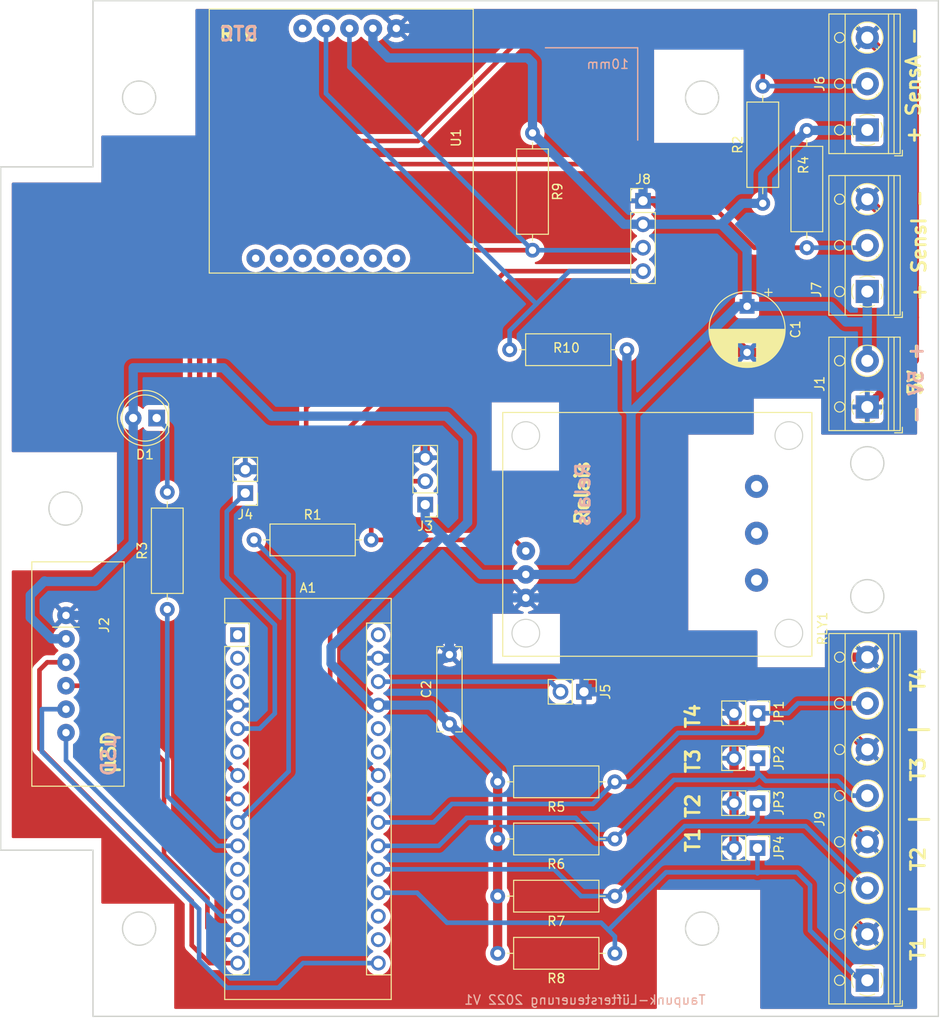
<source format=kicad_pcb>
(kicad_pcb (version 20211014) (generator pcbnew)
  (title_block (date "jeu. 02 avril 2015"))
  (layers (0 "F.Cu" signal) (31 "B.Cu" signal) (34 "B.Paste" user) (35 "F.Paste" user) (36 "B.SilkS" user "B.Silkscreen") (37 "F.SilkS" user "F.Silkscreen") (38 "B.Mask" user) (39 "F.Mask" user) (44 "Edge.Cuts" user))
  (net 0 "")
  (net 1 "GND")
  (net 2 "+5V")
  (net 3 "Net-(J3-Pad2)")
  (net 4 "Net-(D1-Pad1)")
  (net 5 "Net-(A1-Pad16)")
  (net 6 "Net-(A1-Pad15)")
  (net 7 "Net-(A1-Pad14)")
  (net 8 "Net-(A1-Pad13)")
  (net 9 "Net-(A1-Pad10)")
  (net 10 "Net-(A1-Pad9)")
  (net 11 "Net-(A1-Pad24)")
  (net 12 "Net-(A1-Pad8)")
  (net 13 "Net-(A1-Pad23)")
  (net 14 "Net-(A1-Pad7)")
  (net 15 "Net-(A1-Pad22)")
  (net 16 "Net-(A1-Pad21)")
  (net 17 "Net-(A1-Pad5)")
  (net 18 "Net-(A1-Pad20)")
  (net 19 "Net-(A1-Pad19)")
  (net 30 "Net-(A1-Pad28)")
  (footprint "_My_Footprints:TINY_RTC_Module" (layer "F.Cu") (at 79.6 58.2 180)
    (fp_text reference "U1" (at 1.85 0.35 90) (layer "F.SilkS"))
    (fp_text value "Tiny_RTC_DS1307")
    (pad "1" thru_hole circle (at 8.33 12.2 180) (size 2 2) (drill 0.8) (layers *.Cu *.Mask) (net 1 "GND"))
    (pad "2" thru_hole circle (at 10.87 12.2 180) (size 2 2) (drill 0.8) (layers *.Cu *.Mask) (net 2 "+5V"))
    (pad "3" thru_hole circle (at 13.41 12.2 180) (size 2 2) (drill 0.8) (layers *.Cu *.Mask) (net 13 "Net-(A1-Pad23)"))
    (pad "4" thru_hole circle (at 15.95 12.2 180) (size 2 2) (drill 0.8) (layers *.Cu *.Mask) (net 11 "Net-(A1-Pad24)"))
    (pad "5" thru_hole circle (at 18.49 12.2 180) (size 2 2) (drill 0.8) (layers *.Cu *.Mask))
    (pad "6" thru_hole circle (at 23.57 -12.7 180) (size 2 2) (drill 0.8) (layers *.Cu *.Mask))
    (pad "7" thru_hole circle (at 21.03 -12.7 180) (size 2 2) (drill 0.8) (layers *.Cu *.Mask))
    (pad "8" thru_hole circle (at 18.49 -12.7 180) (size 2 2) (drill 0.8) (layers *.Cu *.Mask))
    (pad "9" thru_hole circle (at 15.95 -12.7 180) (size 2 2) (drill 0.8) (layers *.Cu *.Mask))
    (pad "10" thru_hole circle (at 13.41 -12.7 180) (size 2 2) (drill 0.8) (layers *.Cu *.Mask))
    (pad "11" thru_hole circle (at 10.87 -12.7 180) (size 2 2) (drill 0.8) (layers *.Cu *.Mask))
    (pad "12" thru_hole circle (at 8.33 -12.7 180) (size 2 2) (drill 0.8) (layers *.Cu *.Mask))
  )
  (footprint "_My_Footprints:Relay_Module_1Ch" (layer "F.Cu") (at 116.3 87.6 -90)
    (fp_text reference "RLY1" (at 23.4 -1.15 90) (layer "F.SilkS"))
    (fp_text value "Relay_Module_1Ch")
    (fp_circle (center 2.5 31) (end 4 31) (layer "Edge.Cuts") (width 0.12) (fill none))
    (fp_circle (center 23.9 31) (end 25.4 31) (layer "Edge.Cuts") (width 0.12) (fill none))
    (fp_circle (center 23.9 2.5) (end 25.4 2.5) (layer "Edge.Cuts") (width 0.12) (fill none))
    (fp_circle (center 2.5 2.5) (end 4 2.5) (layer "Edge.Cuts") (width 0.12) (fill none))
    (pad "1" thru_hole circle (at 15 31) (size 2 2) (drill 0.8) (layers *.Cu *.Mask) (net 3 "Net-(J3-Pad2)"))
    (pad "2" thru_hole circle (at 17.54 31 270) (size 2 2) (drill 0.8) (layers *.Cu *.Mask) (net 2 "+5V"))
    (pad "3" thru_hole circle (at 20.08 31 270) (size 2 2) (drill 0.8) (layers *.Cu *.Mask) (net 1 "GND"))
    (pad "4" thru_hole circle (at 18.16 6 270) (size 2.5 2.5) (drill 1.2) (layers *.Cu *.Mask))
    (pad "5" thru_hole circle (at 13.08 6 270) (size 2.5 2.5) (drill 1.2) (layers *.Cu *.Mask))
    (pad "6" thru_hole circle (at 8 6 270) (size 2.5 2.5) (drill 1.2) (layers *.Cu *.Mask))
  )
  (footprint "_My_Footprints:MicroSD-Module_upright" (layer "F.Cu") (at 35.475 115.925 -90)
    (fp_text reference "J2" (at -5.3 -4.15 -90) (layer "F.SilkS"))
    (fp_text value "Micro_SD_Card_Adapter")
    (pad "1" thru_hole circle locked (at -6.35 0 270) (size 1.9 1.9) (drill 0.8) (layers *.Cu *.Mask) (net 1 "GND"))
    (pad "2" thru_hole circle locked (at -3.81 0 270) (size 1.9 1.9) (drill 0.8) (layers *.Cu *.Mask) (net 2 "+5V"))
    (pad "3" thru_hole circle locked (at -1.27 0 270) (size 1.9 1.9) (drill 0.8) (layers *.Cu *.Mask) (net 6 "Net-(A1-Pad15)"))
    (pad "4" thru_hole circle locked (at 1.27 0 270) (size 1.9 1.9) (drill 0.8) (layers *.Cu *.Mask) (net 7 "Net-(A1-Pad14)"))
    (pad "5" thru_hole circle locked (at 3.81 0 270) (size 1.9 1.9) (drill 0.8) (layers *.Cu *.Mask) (net 5 "Net-(A1-Pad16)"))
    (pad "6" thru_hole circle locked (at 6.35 0 270) (size 1.9 1.9) (drill 0.8) (layers *.Cu *.Mask) (net 8 "Net-(A1-Pad13)"))
  )
  (footprint "Resistor_THT:R_Axial_DIN0309_L9.0mm_D3.2mm_P12.70mm_Horizontal" (layer "F.Cu") (at 55.85 101.4)
    (fp_text reference "R1" (at 6.35 -2.72) (layer "F.SilkS"))
    (fp_text value "470")
    (pad "1" thru_hole circle (at 0 0) (size 1.6 1.6) (drill 0.8) (layers *.Cu *.Mask) (net 10 "Net-(A1-Pad9)"))
    (pad "2" thru_hole oval (at 12.7 0) (size 1.6 1.6) (drill 0.8) (layers *.Cu *.Mask) (net 3 "Net-(J3-Pad2)"))
  )
  (footprint "Resistor_THT:R_Axial_DIN0309_L9.0mm_D3.2mm_P12.70mm_Horizontal" (layer "F.Cu") (at 115.75 57.05 -90)
    (fp_text reference "R4" (at 3.75 0.35 90) (layer "F.SilkS"))
    (fp_text value "10k")
    (pad "1" thru_hole circle (at 0 0 270) (size 1.6 1.6) (drill 0.8) (layers *.Cu *.Mask) (net 2 "+5V"))
    (pad "2" thru_hole oval (at 12.7 0 270) (size 1.6 1.6) (drill 0.8) (layers *.Cu *.Mask) (net 14 "Net-(A1-Pad7)"))
  )
  (footprint "Connector_PinHeader_2.54mm:PinHeader_1x02_P2.54mm_Vertical" (layer "F.Cu") (at 54.9 96.33 180)
    (fp_text reference "J4" (at 0 -2.33) (layer "F.SilkS"))
    (fp_text value "Display On")
    (pad "1" thru_hole rect (at 0 0 180) (size 1.7 1.7) (drill 1) (layers *.Cu *.Mask) (net 17 "Net-(A1-Pad5)"))
    (pad "2" thru_hole oval (at 0 2.54 180) (size 1.7 1.7) (drill 1) (layers *.Cu *.Mask) (net 1 "GND"))
  )
  (footprint "Capacitor_THT:C_Rect_L9.0mm_W2.5mm_P7.50mm_MKT" (layer "F.Cu") (at 77.025 121.325 90)
    (fp_text reference "C2" (at 3.75 -2.5 90) (layer "F.SilkS"))
    (fp_text value "10nF")
    (pad "1" thru_hole circle (at 0 0 90) (size 1.6 1.6) (drill 0.8) (layers *.Cu *.Mask) (net 2 "+5V"))
    (pad "2" thru_hole circle (at 7.5 0 90) (size 1.6 1.6) (drill 0.8) (layers *.Cu *.Mask) (net 1 "GND"))
  )
  (footprint "Resistor_THT:R_Axial_DIN0309_L9.0mm_D3.2mm_P12.70mm_Horizontal" (layer "F.Cu") (at 94.95 139.983332 180)
    (fp_text reference "R7" (at 6.35 -2.72) (layer "F.SilkS"))
    (fp_text value "10k")
    (pad "1" thru_hole circle (at 0 0 180) (size 1.6 1.6) (drill 0.8) (layers *.Cu *.Mask) (net 18 "Net-(A1-Pad20)"))
    (pad "2" thru_hole oval (at 12.7 0 180) (size 1.6 1.6) (drill 0.8) (layers *.Cu *.Mask) (net 2 "+5V"))
  )
  (footprint "Resistor_THT:R_Axial_DIN0309_L9.0mm_D3.2mm_P12.70mm_Horizontal" (layer "F.Cu") (at 86.025 57.325 -90)
    (fp_text reference "R9" (at 6.35 -2.72 90) (layer "F.SilkS"))
    (fp_text value "4.7k")
    (pad "1" thru_hole circle (at 0 0 270) (size 1.6 1.6) (drill 0.8) (layers *.Cu *.Mask) (net 2 "+5V"))
    (pad "2" thru_hole oval (at 12.7 0 270) (size 1.6 1.6) (drill 0.8) (layers *.Cu *.Mask) (net 13 "Net-(A1-Pad23)"))
  )
  (footprint "Resistor_THT:R_Axial_DIN0309_L9.0mm_D3.2mm_P12.70mm_Horizontal" (layer "F.Cu") (at 110.975 64.95 90)
    (fp_text reference "R2" (at 6.35 -2.72 90) (layer "F.SilkS"))
    (fp_text value "10k")
    (pad "1" thru_hole circle (at 0 0 90) (size 1.6 1.6) (drill 0.8) (layers *.Cu *.Mask) (net 2 "+5V"))
    (pad "2" thru_hole oval (at 12.7 0 90) (size 1.6 1.6) (drill 0.8) (layers *.Cu *.Mask) (net 12 "Net-(A1-Pad8)"))
  )
  (footprint "LED_THT:LED_D5.0mm" (layer "F.Cu") (at 45.3 88.2 180)
    (fp_text reference "D1" (at 1.27 -3.96) (layer "F.SilkS"))
    (fp_text value "Win Open LED")
    (pad "1" thru_hole rect (at 0 0 180) (size 1.8 1.8) (drill 0.9) (layers *.Cu *.Mask) (net 4 "Net-(D1-Pad1)"))
    (pad "2" thru_hole circle (at 2.54 0 180) (size 1.8 1.8) (drill 0.9) (layers *.Cu *.Mask) (net 2 "+5V"))
  )
  (footprint "Resistor_THT:R_Axial_DIN0309_L9.0mm_D3.2mm_P12.70mm_Horizontal" (layer "F.Cu") (at 94.95 146.175 180)
    (fp_text reference "R8" (at 6.35 -2.72) (layer "F.SilkS"))
    (fp_text value "10k")
    (pad "1" thru_hole circle (at 0 0 180) (size 1.6 1.6) (drill 0.8) (layers *.Cu *.Mask) (net 19 "Net-(A1-Pad19)"))
    (pad "2" thru_hole oval (at 12.7 0 180) (size 1.6 1.6) (drill 0.8) (layers *.Cu *.Mask) (net 2 "+5V"))
  )
  (footprint "Capacitor_THT:CP_Radial_D8.0mm_P5.00mm" (layer "F.Cu") (at 109.275 76.1 -90)
    (fp_text reference "C1" (at 2.5 -5.25 90) (layer "F.SilkS"))
    (fp_text value "1000µF")
    (pad "1" thru_hole rect (at 0 0 270) (size 1.6 1.6) (drill 0.8) (layers *.Cu *.Mask) (net 2 "+5V"))
    (pad "2" thru_hole circle (at 5 0 270) (size 1.6 1.6) (drill 0.8) (layers *.Cu *.Mask) (net 1 "GND"))
  )
  (footprint "Connector_PinHeader_2.54mm:PinHeader_1x04_P2.54mm_Vertical" (layer "F.Cu") (at 98 64.675)
    (fp_text reference "J8" (at 0 -2.33) (layer "F.SilkS"))
    (fp_text value "Display")
    (pad "1" thru_hole rect (at 0 0) (size 1.7 1.7) (drill 1) (layers *.Cu *.Mask) (net 1 "GND"))
    (pad "2" thru_hole oval (at 0 2.54) (size 1.7 1.7) (drill 1) (layers *.Cu *.Mask) (net 2 "+5V"))
    (pad "3" thru_hole oval (at 0 5.08) (size 1.7 1.7) (drill 1) (layers *.Cu *.Mask) (net 13 "Net-(A1-Pad23)"))
    (pad "4" thru_hole oval (at 0 7.62) (size 1.7 1.7) (drill 1) (layers *.Cu *.Mask) (net 11 "Net-(A1-Pad24)"))
  )
  (footprint "Connector_PinHeader_2.54mm:PinHeader_1x02_P2.54mm_Vertical" (layer "F.Cu") (at 91.6 117.85 -90)
    (fp_text reference "J5" (at 0 -2.33 90) (layer "F.SilkS"))
    (fp_text value "Reset")
    (pad "1" thru_hole rect (at 0 0 270) (size 1.7 1.7) (drill 1) (layers *.Cu *.Mask) (net 1 "GND"))
    (pad "2" thru_hole oval (at 0 2.54 270) (size 1.7 1.7) (drill 1) (layers *.Cu *.Mask) (net 30 "Net-(A1-Pad28)"))
  )
  (footprint "TerminalBlock_RND:TerminalBlock_RND_205-00013_1x03_P5.00mm_Horizontal" (layer "F.Cu") (at 122.3 57 90)
    (fp_text reference "J6" (at 5 -5.16 90) (layer "F.SilkS"))
    (fp_text value "DHT22 innen")
    (pad "1" thru_hole rect (at 0 0 90) (size 2.5 2.5) (drill 1.3) (layers *.Cu *.Mask) (net 2 "+5V"))
    (pad "2" thru_hole circle (at 5 0 90) (size 2.5 2.5) (drill 1.3) (layers *.Cu *.Mask) (net 12 "Net-(A1-Pad8)"))
    (pad "3" thru_hole circle (at 10 0 90) (size 2.5 2.5) (drill 1.3) (layers *.Cu *.Mask) (net 1 "GND"))
  )
  (footprint "TerminalBlock_RND:TerminalBlock_RND_205-00012_1x02_P5.00mm_Horizontal" (layer "F.Cu") (at 122.3 87 90)
    (fp_text reference "J1" (at 2.5 -5.16 90) (layer "F.SilkS"))
    (fp_text value "DC in")
    (pad "1" thru_hole rect (at 0 0 90) (size 2.5 2.5) (drill 1.3) (layers *.Cu *.Mask) (net 1 "GND"))
    (pad "2" thru_hole circle (at 5 0 90) (size 2.5 2.5) (drill 1.3) (layers *.Cu *.Mask) (net 2 "+5V"))
  )
  (footprint "TerminalBlock_RND:TerminalBlock_RND_205-00013_1x03_P5.00mm_Horizontal" (layer "F.Cu") (at 122.3 74.5 90)
    (fp_text reference "J7" (at 0.2 -5.5 90) (layer "F.SilkS"))
    (fp_text value "DHT22 außen")
    (pad "1" thru_hole rect (at 0 0 90) (size 2.5 2.5) (drill 1.3) (layers *.Cu *.Mask) (net 2 "+5V"))
    (pad "2" thru_hole circle (at 5 0 90) (size 2.5 2.5) (drill 1.3) (layers *.Cu *.Mask) (net 14 "Net-(A1-Pad7)"))
    (pad "3" thru_hole circle (at 10 0 90) (size 2.5 2.5) (drill 1.3) (layers *.Cu *.Mask) (net 1 "GND"))
  )
  (footprint "TerminalBlock_RND:TerminalBlock_RND_205-00018_1x08_P5.00mm_Horizontal" (layer "F.Cu") (at 122.3 149.1 90)
    (fp_text reference "J9" (at 17.5 -5.16 90) (layer "F.SilkS"))
    (fp_text value "Door Open Sens")
    (pad "1" thru_hole rect (at 0 0 90) (size 2.5 2.5) (drill 1.3) (layers *.Cu *.Mask) (net 19 "Net-(A1-Pad19)"))
    (pad "2" thru_hole circle (at 5 0 90) (size 2.5 2.5) (drill 1.3) (layers *.Cu *.Mask) (net 1 "GND"))
    (pad "3" thru_hole circle (at 10 0 90) (size 2.5 2.5) (drill 1.3) (layers *.Cu *.Mask) (net 18 "Net-(A1-Pad20)"))
    (pad "4" thru_hole circle (at 15 0 90) (size 2.5 2.5) (drill 1.3) (layers *.Cu *.Mask) (net 1 "GND"))
    (pad "5" thru_hole circle (at 20 0 90) (size 2.5 2.5) (drill 1.3) (layers *.Cu *.Mask) (net 16 "Net-(A1-Pad21)"))
    (pad "6" thru_hole circle (at 25 0 90) (size 2.5 2.5) (drill 1.3) (layers *.Cu *.Mask) (net 1 "GND"))
    (pad "7" thru_hole circle (at 30 0 90) (size 2.5 2.5) (drill 1.3) (layers *.Cu *.Mask) (net 15 "Net-(A1-Pad22)"))
    (pad "8" thru_hole circle (at 35 0 90) (size 2.5 2.5) (drill 1.3) (layers *.Cu *.Mask) (net 1 "GND"))
  )
  (footprint "Resistor_THT:R_Axial_DIN0309_L9.0mm_D3.2mm_P12.70mm_Horizontal" (layer "F.Cu") (at 46.45 108.925 90)
    (fp_text reference "R3" (at 6.35 -2.72 90) (layer "F.SilkS"))
    (fp_text value "100")
    (pad "1" thru_hole circle (at 0 0 90) (size 1.6 1.6) (drill 0.8) (layers *.Cu *.Mask) (net 9 "Net-(A1-Pad10)"))
    (pad "2" thru_hole oval (at 12.7 0 90) (size 1.6 1.6) (drill 0.8) (layers *.Cu *.Mask) (net 4 "Net-(D1-Pad1)"))
  )
  (footprint "Connector_PinHeader_2.54mm:PinHeader_1x03_P2.54mm_Vertical" (layer "F.Cu") (at 74.4 97.58 180)
    (fp_text reference "J3" (at 0 -2.33) (layer "F.SilkS"))
    (fp_text value "Mode Switch")
    (pad "1" thru_hole rect (at 0 0 180) (size 1.7 1.7) (drill 1) (layers *.Cu *.Mask) (net 2 "+5V"))
    (pad "2" thru_hole oval (at 0 2.54 180) (size 1.7 1.7) (drill 1) (layers *.Cu *.Mask) (net 3 "Net-(J3-Pad2)"))
    (pad "3" thru_hole oval (at 0 5.08 180) (size 1.7 1.7) (drill 1) (layers *.Cu *.Mask) (net 1 "GND"))
  )
  (footprint "Resistor_THT:R_Axial_DIN0309_L9.0mm_D3.2mm_P12.70mm_Horizontal" (layer "F.Cu") (at 96.25 80.8 180)
    (fp_text reference "R10" (at 6.55 0.2) (layer "F.SilkS"))
    (fp_text value "4.7k")
    (pad "1" thru_hole circle (at 0 0 180) (size 1.6 1.6) (drill 0.8) (layers *.Cu *.Mask) (net 2 "+5V"))
    (pad "2" thru_hole oval (at 12.7 0 180) (size 1.6 1.6) (drill 0.8) (layers *.Cu *.Mask) (net 11 "Net-(A1-Pad24)"))
  )
  (footprint "Module:Arduino_Nano" (layer "F.Cu") (at 54.075 111.675)
    (fp_text reference "A1" (at 7.62 -5.08) (layer "F.SilkS"))
    (fp_text value "Arduino_Nano_v3.x")
    (pad "1" thru_hole rect (at 0 0) (size 1.6 1.6) (drill 1) (layers *.Cu *.Mask))
    (pad "2" thru_hole oval (at 0 2.54) (size 1.6 1.6) (drill 1) (layers *.Cu *.Mask))
    (pad "3" thru_hole oval (at 0 5.08) (size 1.6 1.6) (drill 1) (layers *.Cu *.Mask))
    (pad "4" thru_hole oval (at 0 7.62) (size 1.6 1.6) (drill 1) (layers *.Cu *.Mask) (net 1 "GND"))
    (pad "5" thru_hole oval (at 0 10.16) (size 1.6 1.6) (drill 1) (layers *.Cu *.Mask) (net 17 "Net-(A1-Pad5)"))
    (pad "6" thru_hole oval (at 0 12.7) (size 1.6 1.6) (drill 1) (layers *.Cu *.Mask))
    (pad "7" thru_hole oval (at 0 15.24) (size 1.6 1.6) (drill 1) (layers *.Cu *.Mask) (net 14 "Net-(A1-Pad7)"))
    (pad "8" thru_hole oval (at 0 17.78) (size 1.6 1.6) (drill 1) (layers *.Cu *.Mask) (net 12 "Net-(A1-Pad8)"))
    (pad "9" thru_hole oval (at 0 20.32) (size 1.6 1.6) (drill 1) (layers *.Cu *.Mask) (net 10 "Net-(A1-Pad9)"))
    (pad "10" thru_hole oval (at 0 22.86) (size 1.6 1.6) (drill 1) (layers *.Cu *.Mask) (net 9 "Net-(A1-Pad10)"))
    (pad "11" thru_hole oval (at 0 25.4) (size 1.6 1.6) (drill 1) (layers *.Cu *.Mask))
    (pad "12" thru_hole oval (at 0 27.94) (size 1.6 1.6) (drill 1) (layers *.Cu *.Mask))
    (pad "13" thru_hole oval (at 0 30.48) (size 1.6 1.6) (drill 1) (layers *.Cu *.Mask) (net 8 "Net-(A1-Pad13)"))
    (pad "14" thru_hole oval (at 0 33.02) (size 1.6 1.6) (drill 1) (layers *.Cu *.Mask) (net 7 "Net-(A1-Pad14)"))
    (pad "15" thru_hole oval (at 0 35.56) (size 1.6 1.6) (drill 1) (layers *.Cu *.Mask) (net 6 "Net-(A1-Pad15)"))
    (pad "16" thru_hole oval (at 15.24 35.56) (size 1.6 1.6) (drill 1) (layers *.Cu *.Mask) (net 5 "Net-(A1-Pad16)"))
    (pad "17" thru_hole oval (at 15.24 33.02) (size 1.6 1.6) (drill 1) (layers *.Cu *.Mask))
    (pad "18" thru_hole oval (at 15.24 30.48) (size 1.6 1.6) (drill 1) (layers *.Cu *.Mask))
    (pad "19" thru_hole oval (at 15.24 27.94) (size 1.6 1.6) (drill 1) (layers *.Cu *.Mask) (net 19 "Net-(A1-Pad19)"))
    (pad "20" thru_hole oval (at 15.24 25.4) (size 1.6 1.6) (drill 1) (layers *.Cu *.Mask) (net 18 "Net-(A1-Pad20)"))
    (pad "21" thru_hole oval (at 15.24 22.86) (size 1.6 1.6) (drill 1) (layers *.Cu *.Mask) (net 16 "Net-(A1-Pad21)"))
    (pad "22" thru_hole oval (at 15.24 20.32) (size 1.6 1.6) (drill 1) (layers *.Cu *.Mask) (net 15 "Net-(A1-Pad22)"))
    (pad "23" thru_hole oval (at 15.24 17.78) (size 1.6 1.6) (drill 1) (layers *.Cu *.Mask) (net 13 "Net-(A1-Pad23)"))
    (pad "24" thru_hole oval (at 15.24 15.24) (size 1.6 1.6) (drill 1) (layers *.Cu *.Mask) (net 11 "Net-(A1-Pad24)"))
    (pad "25" thru_hole oval (at 15.24 12.7) (size 1.6 1.6) (drill 1) (layers *.Cu *.Mask))
    (pad "26" thru_hole oval (at 15.24 10.16) (size 1.6 1.6) (drill 1) (layers *.Cu *.Mask))
    (pad "27" thru_hole oval (at 15.24 7.62) (size 1.6 1.6) (drill 1) (layers *.Cu *.Mask) (net 2 "+5V"))
    (pad "28" thru_hole oval (at 15.24 5.08) (size 1.6 1.6) (drill 1) (layers *.Cu *.Mask) (net 30 "Net-(A1-Pad28)"))
    (pad "29" thru_hole oval (at 15.24 2.54) (size 1.6 1.6) (drill 1) (layers *.Cu *.Mask) (net 1 "GND"))
    (pad "30" thru_hole oval (at 15.24 0) (size 1.6 1.6) (drill 1) (layers *.Cu *.Mask))
  )
  (footprint "Connector_PinHeader_2.54mm:PinHeader_1x02_P2.54mm_Vertical" (layer "F.Cu") (at 110.4 125.041666 -90)
    (fp_text reference "JP2" (at 0 -2.33 90) (layer "F.SilkS"))
    (fp_text value "2 closed")
    (pad "1" thru_hole rect (at 0 0 270) (size 1.7 1.7) (drill 1) (layers *.Cu *.Mask) (net 16 "Net-(A1-Pad21)"))
    (pad "2" thru_hole oval (at 0 2.54 270) (size 1.7 1.7) (drill 1) (layers *.Cu *.Mask) (net 1 "GND"))
  )
  (footprint "Connector_PinHeader_2.54mm:PinHeader_1x02_P2.54mm_Vertical" (layer "F.Cu") (at 110.4 120.175 -90)
    (fp_text reference "JP1" (at 0 -2.33 90) (layer "F.SilkS"))
    (fp_text value "1 closed")
    (pad "1" thru_hole rect (at 0 0 270) (size 1.7 1.7) (drill 1) (layers *.Cu *.Mask) (net 15 "Net-(A1-Pad22)"))
    (pad "2" thru_hole oval (at 0 2.54 270) (size 1.7 1.7) (drill 1) (layers *.Cu *.Mask) (net 1 "GND"))
  )
  (footprint "Connector_PinHeader_2.54mm:PinHeader_1x02_P2.54mm_Vertical" (layer "F.Cu") (at 110.4 129.908332 -90)
    (fp_text reference "JP3" (at 0 -2.33 90) (layer "F.SilkS"))
    (fp_text value "3 closed")
    (pad "1" thru_hole rect (at 0 0 270) (size 1.7 1.7) (drill 1) (layers *.Cu *.Mask) (net 18 "Net-(A1-Pad20)"))
    (pad "2" thru_hole oval (at 0 2.54 270) (size 1.7 1.7) (drill 1) (layers *.Cu *.Mask) (net 1 "GND"))
  )
  (footprint "Connector_PinHeader_2.54mm:PinHeader_1x02_P2.54mm_Vertical" (layer "F.Cu") (at 110.4 134.775 -90)
    (fp_text reference "JP4" (at 0 -2.33 90) (layer "F.SilkS"))
    (fp_text value "4 closed")
    (pad "1" thru_hole rect (at 0 0 270) (size 1.7 1.7) (drill 1) (layers *.Cu *.Mask) (net 19 "Net-(A1-Pad19)"))
    (pad "2" thru_hole oval (at 0 2.54 270) (size 1.7 1.7) (drill 1) (layers *.Cu *.Mask) (net 1 "GND"))
  )
  (footprint "Resistor_THT:R_Axial_DIN0309_L9.0mm_D3.2mm_P12.70mm_Horizontal" (layer "F.Cu") (at 94.95 127.6 180)
    (fp_text reference "R5" (at 6.35 -2.72) (layer "F.SilkS"))
    (fp_text value "10k")
    (pad "1" thru_hole circle (at 0 0 180) (size 1.6 1.6) (drill 0.8) (layers *.Cu *.Mask) (net 15 "Net-(A1-Pad22)"))
    (pad "2" thru_hole oval (at 12.7 0 180) (size 1.6 1.6) (drill 0.8) (layers *.Cu *.Mask) (net 2 "+5V"))
  )
  (footprint "Resistor_THT:R_Axial_DIN0309_L9.0mm_D3.2mm_P12.70mm_Horizontal" (layer "F.Cu") (at 94.95 133.791666 180)
    (fp_text reference "R6" (at 6.35 -2.72) (layer "F.SilkS"))
    (fp_text value "10k")
    (pad "1" thru_hole circle (at 0 0 180) (size 1.6 1.6) (drill 0.8) (layers *.Cu *.Mask) (net 16 "Net-(A1-Pad21)"))
    (pad "2" thru_hole oval (at 12.7 0 180) (size 1.6 1.6) (drill 0.8) (layers *.Cu *.Mask) (net 2 "+5V"))
  )
  (gr_line (start 97.425 48.1) (end 97.425 58.1) (layer "B.SilkS") (width 0.15))
  (gr_line (start 87.425 48.1) (end 97.425 48.1) (layer "B.SilkS") (width 0.15))
  (gr_line (start 130 153) (end 38.4 153) (layer "Edge.Cuts") (width 0.15))
  (gr_line (start 130 43) (end 130 153) (layer "Edge.Cuts") (width 0.15))
  (gr_line (start 28.4 61) (end 38.4 61) (layer "Edge.Cuts") (width 0.15))
  (gr_line (start 38.4 61) (end 38.4 43) (layer "Edge.Cuts") (width 0.15))
  (gr_line (start 38.4 135) (end 38.4 153) (layer "Edge.Cuts") (width 0.15))
  (gr_circle (center 104.4 53.5) (end 106.2 53.5) (layer "Edge.Cuts") (width 0.15) (fill none))
  (gr_circle (center 43.4 143.5) (end 45.2 143.5) (layer "Edge.Cuts") (width 0.15) (fill none))
  (gr_circle (center 43.4 53.5) (end 45.2 53.5) (layer "Edge.Cuts") (width 0.15) (fill none))
  (gr_line (start 38.4 43) (end 130 43) (layer "Edge.Cuts") (width 0.15))
  (gr_circle (center 122.3 107.5) (end 124.1 107.5) (layer "Edge.Cuts") (width 0.15) (fill none))
  (gr_circle (center 122.3 93.1) (end 124.1 93.1) (layer "Edge.Cuts") (width 0.15) (fill none))
  (gr_circle (center 35.425 98) (end 37.225 98) (layer "Edge.Cuts") (width 0.15) (fill none))
  (gr_circle (center 104.4 143.5) (end 106.2 143.5) (layer "Edge.Cuts") (width 0.15) (fill none))
  (gr_line (start 28.4 135) (end 38.4 135) (layer "Edge.Cuts") (width 0.15))
  (gr_line (start 28.4 135) (end 28.4 61) (layer "Edge.Cuts") (width 0.15))
  (gr_text "Relais" (at 91.5 96.5 90) (layer "B.SilkS") (effects (font (size 1.5 1.5) (thickness 0.3)) (justify mirror)))
  (gr_text "RTC" (at 54.2 46.6) (layer "B.SilkS") (effects (font (size 1.5 1.5) (thickness 0.3)) (justify mirror)))
  (gr_text "Taupunk-Lüftersteuerung 2022 V1" (at 91.7 151.225) (layer "B.SilkS") (effects (font (size 1 1)) (justify mirror)))
  (gr_text "µSD" (at 40.1 124.7 90) (layer "B.SilkS") (effects (font (size 1.5 1.5) (thickness 0.3)) (justify mirror)))
  (gr_text "+ 5V -" (at 127.6 84.4 90) (layer "B.SilkS") (effects (font (size 1.5 1.5) (thickness 0.3)) (justify mirror)))
  (gr_text "10mm" (at 94.175 49.875) (layer "B.SilkS") (effects (font (size 1 1)) (justify mirror)))
  (gr_text "- 5V +" (at 127.5 84.4 90) (layer "F.SilkS") (effects (font (size 1.5 1.5) (thickness 0.3))))
  (gr_text "µSD" (at 40.1 124.4 90) (layer "F.SilkS") (effects (font (size 1.5 1.5) (thickness 0.3))))
  (gr_text "+ SensI -" (at 127.9 69.5 90) (layer "F.SilkS") (effects (font (size 1.5 1.5) (thickness 0.3))))
  (gr_text "T1  |   T2  |   T3  |   T4" (at 127.8 131.1 90) (layer "F.SilkS") (effects (font (size 1.5 1.5) (thickness 0.3))))
  (gr_text "Relais" (at 91.4 96.3 90) (layer "F.SilkS") (effects (font (size 1.5 1.5) (thickness 0.3))))
  (gr_text "T1 T2  T3  T4" (at 103.4 127.2 90) (layer "F.SilkS") (effects (font (size 1.5 1.5) (thickness 0.3))))
  (gr_text "RTC" (at 54.2 46.6) (layer "F.SilkS") (effects (font (size 1.5 1.5) (thickness 0.3))))
  (gr_text "+ SensA -" (at 127.3 52.2 90) (layer "F.SilkS") (effects (font (size 1.5 1.5) (thickness 0.3))))
  (segment (start 104.9875 76.8125) (end 101.8 73.625) (width 1) (layer "F.Cu") (net 1))
  (segment (start 74.4 92.5) (end 74.4 84.4) (width 1) (layer "F.Cu") (net 1))
  (segment (start 99.8 88.3) (end 99.8 109.65) (width 1) (layer "F.Cu") (net 1))
  (segment (start 113.9 81.1) (end 117.7 77.3) (width 1) (layer "F.Cu") (net 1))
  (segment (start 109.275 81.1) (end 107 81.1) (width 1) (layer "F.Cu") (net 1))
  (segment (start 109.275 81.1) (end 113.9 81.1) (width 1) (layer "F.Cu") (net 1))
  (segment (start 117.7 77.3) (end 127.4 77.3) (width 1) (layer "F.Cu") (net 1))
  (segment (start 117.4 116.3) (end 117.4 116.8) (width 1) (layer "F.Cu") (net 1))
  (segment (start 119.6 114.1) (end 117.4 116.3) (width 1) (layer "F.Cu") (net 1))
  (segment (start 127.4 52.1) (end 127.4 71.8) (width 1) (layer "F.Cu") (net 1))
  (segment (start 117.4 139.2) (end 122.3 144.1) (width 1) (layer "F.Cu") (net 1))
  (segment (start 101.8 67.7) (end 101.8 67.3) (width 1) (layer "F.Cu") (net 1))
  (segment (start 107.86 120.175) (end 107.86 125.041666) (width 1) (layer "F.Cu") (net 1))
  (segment (start 107.86 125.041666) (end 107.86 129.908332) (width 1) (layer "F.Cu") (net 1))
  (segment (start 99.8 109.65) (end 91.6 117.85) (width 1) (layer "F.Cu") (net 1))
  (segment (start 117.4 119.2) (end 117.4 116.8) (width 1) (layer "F.Cu") (net 1))
  (segment (start 117.4 128.5) (end 117.4 139.2) (width 1) (layer "F.Cu") (net 1))
  (segment (start 99.175 64.675) (end 98 64.675) (width 1) (layer "F.Cu") (net 1))
  (segment (start 127.4 69.6) (end 127.4 71.8) (width 1) (layer "F.Cu") (net 1))
  (segment (start 127.4 77.3) (end 127.4 81.9) (width 1) (layer "F.Cu") (net 1))
  (segment (start 107 81.1) (end 99.8 88.3) (width 1) (layer "F.Cu") (net 1))
  (segment (start 127.4 81.9) (end 122.3 87) (width 1) (layer "F.Cu") (net 1))
  (segment (start 122.3 124.1) (end 117.4 119.2) (width 1) (layer "F.Cu") (net 1))
  (segment (start 74.4 84.4) (end 81.9875 76.8125) (width 1) (layer "F.Cu") (net 1))
  (segment (start 107.86 129.908332) (end 107.86 134.775) (width 1) (layer "F.Cu") (net 1))
  (segment (start 117.4 129.2) (end 117.4 128.5) (width 1) (layer "F.Cu") (net 1))
  (segment (start 117.4 116.8) (end 117.4 128.5) (width 1) (layer "F.Cu") (net 1))
  (segment (start 81.9875 76.8125) (end 104.9875 76.8125) (width 1) (layer "F.Cu") (net 1))
  (segment (start 122.3 64.5) (end 127.4 69.6) (width 1) (layer "F.Cu") (net 1))
  (segment (start 101.8 73.625) (end 101.8 67.7) (width 1) (layer "F.Cu") (net 1))
  (segment (start 122.3 134.1) (end 117.4 129.2) (width 1) (layer "F.Cu") (net 1))
  (segment (start 122.3 114.1) (end 119.6 114.1) (width 1) (layer "F.Cu") (net 1))
  (segment (start 101.8 67.3) (end 99.175 64.675) (width 1) (layer "F.Cu") (net 1))
  (segment (start 109.275 81.1) (end 104.9875 76.8125) (width 1) (layer "F.Cu") (net 1))
  (segment (start 127.4 71.8) (end 127.4 77.3) (width 1) (layer "F.Cu") (net 1))
  (segment (start 122.3 47) (end 127.4 52.1) (width 1) (layer "F.Cu") (net 1))
  (segment (start 89.88 107.68) (end 91.6 109.4) (width 1) (layer "B.Cu") (net 1))
  (segment (start 71.27 46) (end 95 46) (width 1) (layer "B.Cu") (net 1))
  (segment (start 35.475 109.575) (end 40.725 109.575) (width 1) (layer "B.Cu") (net 1))
  (segment (start 65.21 93.01) (end 65.72 92.5) (width 1) (layer "B.Cu") (net 1))
  (segment (start 91.6 117.85) (end 105.535 117.85) (width 1) (layer "B.Cu") (net 1))
  (segment (start 50.1 105.5) (end 50.1 107.2) (width 1) (layer "B.Cu") (net 1))
  (segment (start 65.72 92.5) (end 74.4 92.5) (width 1) (layer "B.Cu") (net 1))
  (segment (start 107.86 117.54) (end 108.9 116.5) (width 1) (layer "B.Cu") (net 1))
  (segment (start 49.9 105.7) (end 50.1 105.5) (width 1) (layer "B.Cu") (net 1))
  (segment (start 77.025 113.825) (end 77.025 109.975) (width 1) (layer "B.Cu") (net 1))
  (segment (start 51.495 119.295) (end 54.075 119.295) (width 1) (layer "B.Cu") (net 1))
  (segment (start 69.315 114.215) (end 76.635 114.215) (width 1) (layer "B.Cu") (net 1))
  (segment (start 79.32 107.68) (end 85.3 107.68) (width 1) (layer "B.Cu") (net 1))
  (segment (start 51.81 93.79) (end 50.1 95.5) (width 1) (layer "B.Cu") (net 1))
  (segment (start 54.9 93.79) (end 51.81 93.79) (width 1) (layer "B.Cu") (net 1))
  (segment (start 95 46) (end 98 49) (width 1) (layer "B.Cu") (net 1))
  (segment (start 85.3 107.68) (end 89.88 107.68) (width 1) (layer "B.Cu") (net 1))
  (segment (start 44.6 105.7) (end 48.6 105.7) (width 1) (layer "B.Cu") (net 1))
  (segment (start 119.9 116.5) (end 122.3 114.1) (width 1) (layer "B.Cu") (net 1))
  (segment (start 108.9 116.5) (end 119.9 116.5) (width 1) (layer "B.Cu") (net 1))
  (segment (start 50.1 95.5) (end 50.1 105.5) (width 1) (layer "B.Cu") (net 1))
  (segment (start 107.86 120.175) (end 107.86 117.54) (width 1) (layer "B.Cu") (net 1))
  (segment (start 76.635 114.215) (end 77.025 113.825) (width 1) (layer "B.Cu") (net 1))
  (segment (start 48.6 105.7) (end 49.9 105.7) (width 1) (layer "B.Cu") (net 1))
  (segment (start 50.1 107.2) (end 50.1 117.9) (width 1) (layer "B.Cu") (net 1))
  (segment (start 77.025 109.975) (end 79.32 107.68) (width 1) (layer "B.Cu") (net 1))
  (segment (start 54.9 93.79) (end 65.21 93.79) (width 1) (layer "B.Cu") (net 1))
  (segment (start 98 49) (end 98 64.675) (width 1) (layer "B.Cu") (net 1))
  (segment (start 105.535 117.85) (end 107.86 120.175) (width 1) (layer "B.Cu") (net 1))
  (segment (start 65.21 93.79) (end 65.21 93.01) (width 1) (layer "B.Cu") (net 1))
  (segment (start 91.6 109.4) (end 91.6 117.85) (width 1) (layer "B.Cu") (net 1))
  (segment (start 40.725 109.575) (end 44.6 105.7) (width 1) (layer "B.Cu") (net 1))
  (segment (start 50.1 117.9) (end 51.495 119.295) (width 1) (layer "B.Cu") (net 1))
  (segment (start 82.25 133.791666) (end 82.25 139.983332) (width 1) (layer "F.Cu") (net 2))
  (segment (start 82.25 127.6) (end 82.25 133.791666) (width 1) (layer "F.Cu") (net 2))
  (segment (start 82.25 139.983332) (end 82.25 146.175) (width 1) (layer "F.Cu") (net 2))
  (segment (start 122.3 77.8) (end 122.3 82) (width 1) (layer "B.Cu") (net 2))
  (segment (start 80.44 105.14) (end 85.3 105.14) (width 1) (layer "B.Cu") (net 2))
  (segment (start 120 77.8) (end 118.3 76.1) (width 1) (layer "B.Cu") (net 2))
  (segment (start 96.7 98.8) (end 90.36 105.14) (width 1) (layer "B.Cu") (net 2))
  (segment (start 74.4 99.1) (end 76.25 100.95) (width 1) (layer "B.Cu") (net 2))
  (segment (start 110.975 64.95) (end 110.975 61.825) (width 1) (layer "B.Cu") (net 2))
  (segment (start 109.275 76.1) (end 108.2 76.1) (width 1) (layer "B.Cu") (net 2))
  (segment (start 31.6 107.4) (end 33.15 105.85) (width 1) (layer "B.Cu") (net 2))
  (segment (start 42.76 88.2) (end 42.76 82.76) (width 1) (layer "B.Cu") (net 2))
  (segment (start 64.2 114.8) (end 64.2 113) (width 1) (layer "B.Cu") (net 2))
  (segment (start 57.769999 88) (end 76.7 88) (width 1) (layer "B.Cu") (net 2))
  (segment (start 74.995 119.295) (end 77.025 121.325) (width 1) (layer "B.Cu") (net 2))
  (segment (start 69.315 119.295) (end 74.995 119.295) (width 1) (layer "B.Cu") (net 2))
  (segment (start 33.915 112.115) (end 31.6 109.8) (width 1) (layer "B.Cu") (net 2))
  (segment (start 70.4 49.2) (end 85.5 49.2) (width 1) (layer "B.Cu") (net 2))
  (segment (start 69.315 119.295) (end 68.695 119.295) (width 1) (layer "B.Cu") (net 2))
  (segment (start 90.36 105.14) (end 85.3 105.14) (width 1) (layer "B.Cu") (net 2))
  (segment (start 76.25 100.95) (end 76.9 101.6) (width 1) (layer "B.Cu") (net 2))
  (segment (start 42.76 101.74) (end 42.76 88.2) (width 1) (layer "B.Cu") (net 2))
  (segment (start 110.975 61.825) (end 115.75 57.05) (width 1) (layer "B.Cu") (net 2))
  (segment (start 109.275 76.1) (end 118.3 76.1) (width 1) (layer "B.Cu") (net 2))
  (segment (start 122.3 77.8) (end 120 77.8) (width 1) (layer "B.Cu") (net 2))
  (segment (start 79 99.5) (end 76.9 101.6) (width 1) (layer "B.Cu") (net 2))
  (segment (start 76.7 88) (end 79 90.3) (width 1) (layer "B.Cu") (net 2))
  (segment (start 108.75 64.95) (end 106.485 67.215) (width 1) (layer "B.Cu") (net 2))
  (segment (start 96.25 84.15) (end 96.25 87.15) (width 1) (layer "B.Cu") (net 2))
  (segment (start 82.25 127.6) (end 82.25 126.55) (width 1) (layer "B.Cu") (net 2))
  (segment (start 38.6 105.9) (end 42.76 101.74) (width 1) (layer "B.Cu") (net 2))
  (segment (start 68.73 47.53) (end 70.4 49.2) (width 1) (layer "B.Cu") (net 2))
  (segment (start 115.75 57.05) (end 122.25 57.05) (width 1) (layer "B.Cu") (net 2))
  (segment (start 96.25 87.15) (end 96.7 87.6) (width 1) (layer "B.Cu") (net 2))
  (segment (start 86.025 49.725) (end 86.025 57.325) (width 1) (layer "B.Cu") (net 2))
  (segment (start 96.7 87.6) (end 96.7 98.8) (width 1) (layer "B.Cu") (net 2))
  (segment (start 109.275 76.1) (end 109.275 70.005) (width 1) (layer "B.Cu") (net 2))
  (segment (start 79 90.3) (end 79 99.5) (width 1) (layer "B.Cu") (net 2))
  (segment (start 82.25 126.55) (end 77.025 121.325) (width 1) (layer "B.Cu") (net 2))
  (segment (start 109.275 70.005) (end 106.485 67.215) (width 1) (layer "B.Cu") (net 2))
  (segment (start 64.6 112.6) (end 76.25 100.95) (width 1) (layer "B.Cu") (net 2))
  (segment (start 96.25 80.8) (end 96.25 84.15) (width 1) (layer "B.Cu") (net 2))
  (segment (start 106.485 67.215) (end 98 67.215) (width 1) (layer "B.Cu") (net 2))
  (segment (start 122.3 74.5) (end 122.3 77.8) (width 1) (layer "B.Cu") (net 2))
  (segment (start 68.73 46) (end 68.73 47.53) (width 1) (layer "B.Cu") (net 2))
  (segment (start 64.2 113) (end 64.6 112.6) (width 1) (layer "B.Cu") (net 2))
  (segment (start 95.915 67.215) (end 98 67.215) (width 1) (layer "B.Cu") (net 2))
  (segment (start 33.15 105.85) (end 33.2 105.9) (width 1) (layer "B.Cu") (net 2))
  (segment (start 85.5 49.2) (end 86.025 49.725) (width 1) (layer "B.Cu") (net 2))
  (segment (start 52.529999 82.76) (end 57.769999 88) (width 1) (layer "B.Cu") (net 2))
  (segment (start 110.975 64.95) (end 108.75 64.95) (width 1) (layer "B.Cu") (net 2))
  (segment (start 108.2 76.1) (end 96.7 87.6) (width 1) (layer "B.Cu") (net 2))
  (segment (start 35.475 112.115) (end 33.915 112.115) (width 1) (layer "B.Cu") (net 2))
  (segment (start 74.4 97.58) (end 74.4 99.1) (width 1) (layer "B.Cu") (net 2))
  (segment (start 33.2 105.9) (end 38.6 105.9) (width 1) (layer "B.Cu") (net 2))
  (segment (start 86.025 57.325) (end 95.915 67.215) (width 1) (layer "B.Cu") (net 2))
  (segment (start 42.76 82.76) (end 52.529999 82.76) (width 1) (layer "B.Cu") (net 2))
  (segment (start 31.6 109.8) (end 31.6 107.4) (width 1) (layer "B.Cu") (net 2))
  (segment (start 76.9 101.6) (end 80.44 105.14) (width 1) (layer "B.Cu") (net 2))
  (segment (start 68.695 119.295) (end 64.2 114.8) (width 1) (layer "B.Cu") (net 2))
  (segment (start 72.66 95.04) (end 68.55 99.15) (width 0.5) (layer "F.Cu") (net 3))
  (segment (start 84.1 101.4) (end 85.3 102.6) (width 0.5) (layer "F.Cu") (net 3))
  (segment (start 68.55 99.15) (end 68.55 101.4) (width 0.5) (layer "F.Cu") (net 3))
  (segment (start 74.4 95.04) (end 72.66 95.04) (width 0.5) (layer "F.Cu") (net 3))
  (segment (start 68.55 101.4) (end 84.1 101.4) (width 0.5) (layer "F.Cu") (net 3))
  (segment (start 46.45 89.35) (end 45.3 88.2) (width 0.5) (layer "B.Cu") (net 4))
  (segment (start 46.45 96.225) (end 46.45 89.35) (width 0.5) (layer "B.Cu") (net 4))
  (segment (start 58.5 149.9) (end 52.9 149.9) (width 0.5) (layer "B.Cu") (net 5))
  (segment (start 32.865 119.735) (end 35.475 119.735) (width 0.5) (layer "B.Cu") (net 5))
  (segment (start 61.165 147.235) (end 58.5 149.9) (width 0.5) (layer "B.Cu") (net 5))
  (segment (start 52.9 149.9) (end 49.9 146.9) (width 0.5) (layer "B.Cu") (net 5))
  (segment (start 69.315 147.235) (end 61.165 147.235) (width 0.5) (layer "B.Cu") (net 5))
  (segment (start 49.9 141.38995) (end 32.865 124.35495) (width 0.5) (layer "B.Cu") (net 5))
  (segment (start 32.865 124.35495) (end 32.865 119.735) (width 0.5) (layer "B.Cu") (net 5))
  (segment (start 49.9 146.9) (end 49.9 141.38995) (width 0.5) (layer "B.Cu") (net 5))
  (segment (start 32.6 115.5) (end 33.445 114.655) (width 0.5) (layer "F.Cu") (net 6))
  (segment (start 54.075 147.235) (end 51.035 147.235) (width 0.5) (layer "F.Cu") (net 6))
  (segment (start 51.035 147.235) (end 49.1 145.3) (width 0.5) (layer "F.Cu") (net 6))
  (segment (start 33.445 114.655) (end 35.475 114.655) (width 0.5) (layer "F.Cu") (net 6))
  (segment (start 49.1 140.5) (end 32.6 124) (width 0.5) (layer "F.Cu") (net 6))
  (segment (start 49.1 145.3) (end 49.1 140.5) (width 0.5) (layer "F.Cu") (net 6))
  (segment (start 32.6 124) (end 32.6 115.5) (width 0.5) (layer "F.Cu") (net 6))
  (segment (start 37.895 117.195) (end 46.1 125.4) (width 0.5) (layer "F.Cu") (net 7))
  (segment (start 50.8 143.4) (end 52.095 144.695) (width 0.5) (layer "F.Cu") (net 7))
  (segment (start 50.8 140.2) (end 50.8 143.4) (width 0.5) (layer "F.Cu") (net 7))
  (segment (start 46.1 125.4) (end 46.1 135.5) (width 0.5) (layer "F.Cu") (net 7))
  (segment (start 35.475 117.195) (end 37.895 117.195) (width 0.5) (layer "F.Cu") (net 7))
  (segment (start 52.095 144.695) (end 54.075 144.695) (width 0.5) (layer "F.Cu") (net 7))
  (segment (start 46.1 135.5) (end 50.8 140.2) (width 0.5) (layer "F.Cu") (net 7))
  (segment (start 54.075 142.155) (end 52.355 142.155) (width 0.5) (layer "B.Cu") (net 8))
  (segment (start 35.475 125.275) (end 35.475 122.275) (width 0.5) (layer "B.Cu") (net 8))
  (segment (start 52.355 142.155) (end 35.475 125.275) (width 0.5) (layer "B.Cu") (net 8))
  (segment (start 51.835 134.535) (end 54.075 134.535) (width 0.5) (layer "B.Cu") (net 9))
  (segment (start 46.45 108.925) (end 46.45 129.15) (width 0.5) (layer "B.Cu") (net 9))
  (segment (start 46.45 129.15) (end 51.835 134.535) (width 0.5) (layer "B.Cu") (net 9))
  (segment (start 54.075 131.995) (end 59.6 126.47) (width 0.5) (layer "B.Cu") (net 10))
  (segment (start 59.6 126.47) (end 59.6 105.15) (width 0.5) (layer "B.Cu") (net 10))
  (segment (start 59.6 105.15) (end 55.85 101.4) (width 0.5) (layer "B.Cu") (net 10))
  (segment (start 64.1 121.7) (end 64.1 91.3) (width 0.5) (layer "F.Cu") (net 11))
  (segment (start 64.1 91.3) (end 83.105 72.295) (width 0.5) (layer "F.Cu") (net 11))
  (segment (start 83.105 72.295) (end 98 72.295) (width 0.5) (layer "F.Cu") (net 11))
  (segment (start 69.315 126.915) (end 64.1 121.7) (width 0.5) (layer "F.Cu") (net 11))
  (segment (start 83.55 80.8) (end 83.55 78.75) (width 0.5) (layer "B.Cu") (net 11))
  (segment (start 63.65 53.05) (end 86.45 75.85) (width 0.5) (layer "B.Cu") (net 11))
  (segment (start 63.65 46) (end 63.65 53.05) (width 0.5) (layer "B.Cu") (net 11))
  (segment (start 90.005 72.295) (end 98 72.295) (width 0.5) (layer "B.Cu") (net 11))
  (segment (start 86.45 75.85) (end 90.005 72.295) (width 0.5) (layer "B.Cu") (net 11))
  (segment (start 83.55 78.75) (end 86.45 75.85) (width 0.5) (layer "B.Cu") (net 11))
  (segment (start 48.9 64.8) (end 48.9 125.5) (width 0.5) (layer "F.Cu") (net 12))
  (segment (start 48.9 125.5) (end 52.855 129.455) (width 0.5) (layer "F.Cu") (net 12))
  (segment (start 52.855 129.455) (end 54.075 129.455) (width 0.5) (layer "F.Cu") (net 12))
  (segment (start 109.2 45.7) (end 86.1 45.7) (width 0.5) (layer "F.Cu") (net 12))
  (segment (start 110.975 52.25) (end 110.975 47.475) (width 0.5) (layer "F.Cu") (net 12))
  (segment (start 73.6 58.2) (end 55.5 58.2) (width 0.5) (layer "F.Cu") (net 12))
  (segment (start 86.1 45.7) (end 73.6 58.2) (width 0.5) (layer "F.Cu") (net 12))
  (segment (start 110.975 47.475) (end 109.2 45.7) (width 0.5) (layer "F.Cu") (net 12))
  (segment (start 55.5 58.2) (end 48.9 64.8) (width 0.5) (layer "F.Cu") (net 12))
  (segment (start 110.975 52.25) (end 122.05 52.25) (width 0.5) (layer "B.Cu") (net 12))
  (segment (start 78.575 70.025) (end 61.5 87.1) (width 0.5) (layer "F.Cu") (net 13))
  (segment (start 61.5 87.1) (end 61.5 126.4) (width 0.5) (layer "F.Cu") (net 13))
  (segment (start 86.025 70.025) (end 78.575 70.025) (width 0.5) (layer "F.Cu") (net 13))
  (segment (start 61.5 126.4) (end 64.555 129.455) (width 0.5) (layer "F.Cu") (net 13))
  (segment (start 64.555 129.455) (end 69.315 129.455) (width 0.5) (layer "F.Cu") (net 13))
  (segment (start 66.19 46) (end 66.19 50.19) (width 0.5) (layer "B.Cu") (net 13))
  (segment (start 66.19 50.19) (end 86.025 70.025) (width 0.5) (layer "B.Cu") (net 13))
  (segment (start 86.025 70.025) (end 97.73 70.025) (width 0.5) (layer "B.Cu") (net 13))
  (segment (start 57.3 60.7) (end 101 60.7) (width 0.5) (layer "F.Cu") (net 14))
  (segment (start 110.05 69.75) (end 115.75 69.75) (width 0.5) (layer "F.Cu") (net 14))
  (segment (start 51.03 66.97) (end 57.3 60.7) (width 0.5) (layer "F.Cu") (net 14))
  (segment (start 51.03 123.87) (end 51.03 66.97) (width 0.5) (layer "F.Cu") (net 14))
  (segment (start 54.075 126.915) (end 51.03 123.87) (width 0.5) (layer "F.Cu") (net 14))
  (segment (start 101 60.7) (end 110.05 69.75) (width 0.5) (layer "F.Cu") (net 14))
  (segment (start 115.75 69.75) (end 122.05 69.75) (width 0.5) (layer "B.Cu") (net 14))
  (segment (start 75.305 131.995) (end 77.3 130) (width 0.5) (layer "B.Cu") (net 15))
  (segment (start 110.4 120.175) (end 113.725 120.175) (width 0.5) (layer "B.Cu") (net 15))
  (segment (start 113.725 120.175) (end 114.8 119.1) (width 0.5) (layer "B.Cu") (net 15))
  (segment (start 110.2 122.3) (end 110.4 122.1) (width 0.5) (layer "B.Cu") (net 15))
  (segment (start 69.315 131.995) (end 75.305 131.995) (width 0.5) (layer "B.Cu") (net 15))
  (segment (start 77.3 130) (end 92.55 130) (width 0.5) (layer "B.Cu") (net 15))
  (segment (start 114.8 119.1) (end 122.3 119.1) (width 0.5) (layer "B.Cu") (net 15))
  (segment (start 101.8 122.3) (end 110.2 122.3) (width 0.5) (layer "B.Cu") (net 15))
  (segment (start 110.4 122.1) (end 110.4 120.175) (width 0.5) (layer "B.Cu") (net 15))
  (segment (start 94.95 127.6) (end 96.5 127.6) (width 0.5) (layer "B.Cu") (net 15))
  (segment (start 96.5 127.6) (end 101.8 122.3) (width 0.5) (layer "B.Cu") (net 15))
  (segment (start 92.55 130) (end 94.95 127.6) (width 0.5) (layer "B.Cu") (net 15))
  (segment (start 69.315 134.535) (end 75.865 134.535) (width 0.5) (layer "B.Cu") (net 16))
  (segment (start 110.4 126.6) (end 110.4 127) (width 0.5) (layer "B.Cu") (net 16))
  (segment (start 111.3 127.5) (end 119.1 127.5) (width 0.5) (layer "B.Cu") (net 16))
  (segment (start 119.1 127.5) (end 120.7 129.1) (width 0.5) (layer "B.Cu") (net 16))
  (segment (start 110.4 126.6) (end 111.3 127.5) (width 0.5) (layer "B.Cu") (net 16))
  (segment (start 120.7 129.1) (end 122.3 129.1) (width 0.5) (layer "B.Cu") (net 16))
  (segment (start 75.865 134.535) (end 78.9 131.5) (width 0.5) (layer "B.Cu") (net 16))
  (segment (start 110.4 125.041666) (end 110.4 126.6) (width 0.5) (layer "B.Cu") (net 16))
  (segment (start 78.9 131.5) (end 90.7 131.5) (width 0.5) (layer "B.Cu") (net 16))
  (segment (start 101.341666 127.4) (end 94.95 133.791666) (width 0.5) (layer "B.Cu") (net 16))
  (segment (start 110 127.4) (end 101.341666 127.4) (width 0.5) (layer "B.Cu") (net 16))
  (segment (start 110.4 127) (end 110 127.4) (width 0.5) (layer "B.Cu") (net 16))
  (segment (start 90.7 131.5) (end 92.991666 133.791666) (width 0.5) (layer "B.Cu") (net 16))
  (segment (start 92.991666 133.791666) (end 94.95 133.791666) (width 0.5) (layer "B.Cu") (net 16))
  (segment (start 56.465 121.835) (end 54.075 121.835) (width 0.5) (layer "B.Cu") (net 17))
  (segment (start 58.1 120.2) (end 56.465 121.835) (width 0.5) (layer "B.Cu") (net 17))
  (segment (start 58.1 110.6) (end 58.1 120.2) (width 0.5) (layer "B.Cu") (net 17))
  (segment (start 52.9 105.4) (end 58.1 110.6) (width 0.5) (layer "B.Cu") (net 17))
  (segment (start 52.9 98.33) (end 52.9 105.4) (width 0.5) (layer "B.Cu") (net 17))
  (segment (start 54.9 96.33) (end 52.9 98.33) (width 0.5) (layer "B.Cu") (net 17))
  (segment (start 69.315 137.075) (end 88.375 137.075) (width 0.5) (layer "B.Cu") (net 18))
  (segment (start 109.7 132.4) (end 102.533332 132.4) (width 0.5) (layer "B.Cu") (net 18))
  (segment (start 115.6 132.4) (end 122.3 139.1) (width 0.5) (layer "B.Cu") (net 18))
  (segment (start 88.375 137.075) (end 91.283332 139.983332) (width 0.5) (layer "B.Cu") (net 18))
  (segment (start 102.533332 132.4) (end 94.95 139.983332) (width 0.5) (layer "B.Cu") (net 18))
  (segment (start 91.283332 139.983332) (end 94.95 139.983332) (width 0.5) (layer "B.Cu") (net 18))
  (segment (start 110.4 129.908332) (end 110.4 131.7) (width 0.5) (layer "B.Cu") (net 18))
  (segment (start 109.7 132.4) (end 115.6 132.4) (width 0.5) (layer "B.Cu") (net 18))
  (segment (start 110.4 131.7) (end 109.7 132.4) (width 0.5) (layer "B.Cu") (net 18))
  (segment (start 94.95 144.35) (end 94.95 146.175) (width 0.5) (layer "B.Cu") (net 19))
  (segment (start 114.7 137.4) (end 116.1 138.8) (width 0.5) (layer "B.Cu") (net 19))
  (segment (start 121.5 149.1) (end 116.1 143.7) (width 0.5) (layer "B.Cu") (net 19))
  (segment (start 93.4625 142.8625) (end 94.25 143.65) (width 0.5) (layer "B.Cu") (net 19))
  (segment (start 116.1 138.8) (end 116.1 143.7) (width 0.5) (layer "B.Cu") (net 19))
  (segment (start 110.4 137.5) (end 110.4 134.775) (width 0.5) (layer "B.Cu") (net 19))
  (segment (start 110.3 137.4) (end 110.4 137.5) (width 0.5) (layer "B.Cu") (net 19))
  (segment (start 73.515 139.615) (end 76.7625 142.8625) (width 0.5) (layer "B.Cu") (net 19))
  (segment (start 122.3 149.1) (end 121.5 149.1) (width 0.5) (layer "B.Cu") (net 19))
  (segment (start 94.25 143.65) (end 94.95 144.35) (width 0.5) (layer "B.Cu") (net 19))
  (segment (start 100.5 137.4) (end 110.3 137.4) (width 0.5) (layer "B.Cu") (net 19))
  (segment (start 76.7625 142.8625) (end 93.4625 142.8625) (width 0.5) (layer "B.Cu") (net 19))
  (segment (start 69.315 139.615) (end 73.515 139.615) (width 0.5) (layer "B.Cu") (net 19))
  (segment (start 110.3 137.4) (end 114.7 137.4) (width 0.5) (layer "B.Cu") (net 19))
  (segment (start 94.25 143.65) (end 100.5 137.4) (width 0.5) (layer "B.Cu") (net 19))
  (segment (start 69.315 116.755) (end 87.965 116.755) (width 0.5) (layer "B.Cu") (net 30))
  (segment (start 87.965 116.755) (end 89.06 117.85) (width 0.5) (layer "B.Cu") (net 30))
  (zone (net 0) (net_name "") (layers F&B.Cu) (connect_pads (clearance 0)) (min_thickness 0.254)
    (keepout (tracks not_allowed) (vias not_allowed) (pads not_allowed) (copperpour not_allowed) (footprints allowed))
    (fill (thermal_gap 0.508) (thermal_bridge_width 0.508))
    (polygon (pts (xy 89 114.8) (xy 81.7 114.8) (xy 81.7 109.4) (xy 89 109.4)))
  )
  (zone (net 0) (net_name "") (layers F&B.Cu) (connect_pads (clearance 0)) (min_thickness 0.254)
    (keepout (tracks not_allowed) (vias not_allowed) (pads not_allowed) (copperpour not_allowed) (footprints not_allowed))
    (fill (thermal_gap 0.508) (thermal_bridge_width 0.508))
    (polygon (pts (xy 41 102.6) (xy 38.2 104.7) (xy 28.4 104.7) (xy 28.4 91.9) (xy 41 91.9)))
  )
  (zone (net 0) (net_name "") (layers F&B.Cu) (connect_pads (clearance 0)) (min_thickness 0.254)
    (keepout (tracks not_allowed) (vias not_allowed) (pads not_allowed) (copperpour not_allowed) (footprints not_allowed))
    (fill (thermal_gap 0.508) (thermal_bridge_width 0.508))
    (polygon (pts (xy 110.7 139.3) (xy 110.7 152.9) (xy 99.5 152.9) (xy 99.5 139.3) (xy 110.8 139.3)))
  )
  (zone (net 0) (net_name "") (layers F&B.Cu) (connect_pads (clearance 0)) (min_thickness 0.254)
    (keepout (tracks not_allowed) (vias not_allowed) (pads not_allowed) (copperpour not_allowed) (footprints allowed))
    (fill (thermal_gap 0.508) (thermal_bridge_width 0.508))
    (polygon (pts (xy 117.3 93.5) (xy 110 93.5) (xy 110 86.1) (xy 117.3 86.1)))
  )
  (zone (net 0) (net_name "") (layers F&B.Cu) (connect_pads (clearance 0)) (min_thickness 0.254)
    (keepout (tracks not_allowed) (vias not_allowed) (pads not_allowed) (copperpour not_allowed) (footprints allowed))
    (fill (thermal_gap 0.508) (thermal_bridge_width 0.508))
    (polygon (pts (xy 117.7 115.2) (xy 110.4 115.2) (xy 110.4 107.8) (xy 117.7 107.8)))
  )
  (zone (net 0) (net_name "") (layers F&B.Cu) (connect_pads (clearance 0)) (min_thickness 0.254)
    (keepout (tracks not_allowed) (vias not_allowed) (pads allowed) (copperpour not_allowed) (footprints allowed))
    (fill (thermal_gap 0.508) (thermal_bridge_width 0.508))
    (polygon (pts (xy 130.2 111.2) (xy 102.9 111.2) (xy 102.9 90) (xy 129.7 90)))
  )
  (zone (net 1) (net_name "GND") (layers F&B.Cu) (connect_pads (clearance 0.508)) (min_thickness 0.254) (fill yes (thermal_gap 0.508) (thermal_bridge_width 0.508) (smoothing fillet))
    (polygon (pts (xy 127.7 152.2) (xy 39.3 152.2) (xy 39.3 133.7) (xy 29.6 133.7) (xy 29.6 62.7) (xy 39.3 62.7) (xy 39.3 43.9) (xy 127.7 43.9)))
  )
  (zone (net 0) (net_name "") (layers F&B.Cu) (connect_pads (clearance 0)) (min_thickness 0.254)
    (keepout (tracks not_allowed) (vias not_allowed) (pads not_allowed) (copperpour not_allowed) (footprints not_allowed))
    (fill (thermal_gap 0.508) (thermal_bridge_width 0.508))
    (polygon (pts (xy 47.2 140.8) (xy 47.2 153) (xy 38.5 153) (xy 38.6 140.8)))
  )
  (zone (net 0) (net_name "") (layers F&B.Cu) (connect_pads (clearance 0)) (min_thickness 0.254)
    (keepout (tracks not_allowed) (vias not_allowed) (pads not_allowed) (copperpour not_allowed) (footprints not_allowed))
    (fill (thermal_gap 0.508) (thermal_bridge_width 0.508))
    (polygon (pts (xy 49.5 43.2) (xy 49.5 57.6) (xy 38.5 57.6) (xy 38.5 43.1)))
  )
  (zone (net 0) (net_name "") (layers F&B.Cu) (connect_pads (clearance 0)) (min_thickness 0.254)
    (keepout (tracks not_allowed) (vias not_allowed) (pads not_allowed) (copperpour not_allowed) (footprints allowed))
    (fill (thermal_gap 0.508) (thermal_bridge_width 0.508))
    (polygon (pts (xy 108.9 58.4) (xy 99.2 58.4) (xy 99.2 48.3) (xy 108.9 48.3)))
  )
  (zone (net 0) (net_name "") (layers F&B.Cu) (connect_pads (clearance 0)) (min_thickness 0.254)
    (keepout (tracks not_allowed) (vias not_allowed) (pads not_allowed) (copperpour not_allowed) (footprints allowed))
    (fill (thermal_gap 0.508) (thermal_bridge_width 0.508))
    (polygon (pts (xy 88.9 93.9) (xy 81.6 93.9) (xy 81.6 86.5) (xy 88.9 86.5)))
  )
)
</source>
